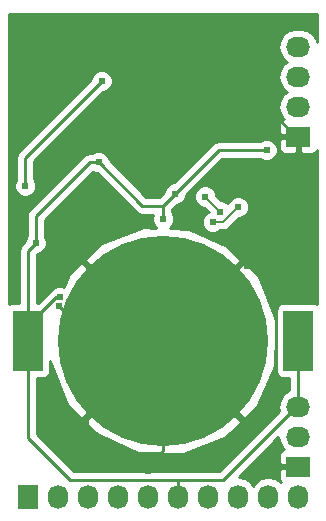
<source format=gbl>
G04 #@! TF.FileFunction,Copper,L2,Bot,Signal*
%FSLAX46Y46*%
G04 Gerber Fmt 4.6, Leading zero omitted, Abs format (unit mm)*
G04 Created by KiCad (PCBNEW 0.201506192325+5795~23~ubuntu14.04.1-product) date Wed 04 Nov 2015 02:27:15 GMT*
%MOMM*%
G01*
G04 APERTURE LIST*
%ADD10C,0.100000*%
%ADD11R,2.032000X1.727200*%
%ADD12O,2.032000X1.727200*%
%ADD13R,1.727200X2.032000*%
%ADD14O,1.727200X2.032000*%
%ADD15C,17.800000*%
%ADD16R,2.500000X5.100000*%
%ADD17C,0.609600*%
%ADD18C,0.200000*%
%ADD19C,0.254000*%
%ADD20C,0.152400*%
G04 APERTURE END LIST*
D10*
D11*
X157480000Y-92710000D03*
D12*
X157480000Y-90170000D03*
X157480000Y-87630000D03*
X157480000Y-85090000D03*
D11*
X157480000Y-120650000D03*
D12*
X157480000Y-118110000D03*
X157480000Y-115570000D03*
D13*
X134620000Y-123190000D03*
D14*
X137160000Y-123190000D03*
X139700000Y-123190000D03*
X142240000Y-123190000D03*
X144780000Y-123190000D03*
X147320000Y-123190000D03*
X149860000Y-123190000D03*
X152400000Y-123190000D03*
X154940000Y-123190000D03*
X157480000Y-123190000D03*
D15*
X146050000Y-109982000D03*
D16*
X134600000Y-109982000D03*
X157500000Y-109982000D03*
D17*
X146868750Y-92868750D03*
X146868750Y-90643750D03*
X146868750Y-89531250D03*
X146868750Y-91756250D03*
X145756250Y-89531250D03*
X145756250Y-92868750D03*
X145756250Y-90643750D03*
X145756250Y-91756250D03*
X144643750Y-92868750D03*
X144643750Y-90643750D03*
X144643750Y-89531250D03*
X144643750Y-91756250D03*
X143531250Y-92868750D03*
X143531250Y-90643750D03*
X143531250Y-91756250D03*
X143531250Y-89531250D03*
X148100000Y-83100000D03*
X149700000Y-83100000D03*
X146500000Y-83100000D03*
X144900000Y-83100000D03*
X143300000Y-83400000D03*
X141200000Y-83400000D03*
X138700000Y-83400000D03*
X136800000Y-83400000D03*
X135800000Y-84700000D03*
X134800000Y-83300000D03*
X137236210Y-107074395D03*
X139573000Y-118364000D03*
X144780000Y-121031000D03*
X134747000Y-91186000D03*
X155575000Y-101981000D03*
X153162000Y-103632000D03*
X150114000Y-101092000D03*
X148336000Y-97663000D03*
X151384000Y-84455000D03*
X143764000Y-86868000D03*
X137287000Y-106299000D03*
X135255000Y-101727000D03*
X140589000Y-94869000D03*
X154813000Y-93853000D03*
X146050000Y-99695000D03*
X147066000Y-97536000D03*
X134366002Y-96901000D03*
X140843000Y-88011000D03*
X150876000Y-99060000D03*
X149606000Y-97790000D03*
X152400000Y-98679000D03*
X150241000Y-99949000D03*
D18*
X146868750Y-90643750D02*
X146868750Y-91756250D01*
X145756250Y-89531250D02*
X146868750Y-89531250D01*
X146868750Y-89531250D02*
X146868750Y-90643750D01*
X146868750Y-91756250D02*
X146868750Y-92868750D01*
X145756250Y-90643750D02*
X145756250Y-91756250D01*
X145756250Y-89531250D02*
X145756250Y-90643750D01*
X145756250Y-91756250D02*
X145756250Y-92868750D01*
X144643750Y-90643750D02*
X144643750Y-91756250D01*
X144643750Y-89531250D02*
X144643750Y-90643750D01*
X144643750Y-91756250D02*
X144643750Y-92868750D01*
X143531250Y-90643750D02*
X143531250Y-91756250D01*
X143531250Y-89531250D02*
X143531250Y-90643750D01*
X143531250Y-91756250D02*
X143531250Y-92868750D01*
X143531250Y-89531250D02*
X144643750Y-89531250D01*
X144643750Y-89531250D02*
X145756250Y-89531250D01*
D19*
X148100000Y-83100000D02*
X149700000Y-83100000D01*
X141200000Y-83400000D02*
X143300000Y-83400000D01*
X144900000Y-83100000D02*
X146500000Y-83100000D01*
X141200000Y-83400000D02*
X138700000Y-83400000D01*
X136800000Y-83400000D02*
X135800000Y-84700000D01*
X134800000Y-83300000D02*
X134800000Y-83500000D01*
X134800000Y-83500000D02*
X134000000Y-84300000D01*
X134000000Y-84300000D02*
X134000000Y-90439000D01*
X134000000Y-90439000D02*
X134747000Y-91186000D01*
X137236210Y-107074395D02*
X140143815Y-109982000D01*
X140143815Y-109982000D02*
X146050000Y-109982000D01*
X144780000Y-121031000D02*
X150622000Y-121031000D01*
X150622000Y-121031000D02*
X155575000Y-116078000D01*
X155575000Y-116078000D02*
X155575000Y-101981000D01*
X139573000Y-118364000D02*
X139573000Y-116459000D01*
X139573000Y-116459000D02*
X146050000Y-109982000D01*
X144780000Y-121031000D02*
X144780000Y-120599948D01*
X144780000Y-120599948D02*
X146050000Y-119329948D01*
X146050000Y-119329948D02*
X146050000Y-109982000D01*
X144780000Y-121031000D02*
X142240000Y-121031000D01*
X142240000Y-121031000D02*
X139573000Y-118364000D01*
X134747000Y-91186000D02*
X139065000Y-86868000D01*
X139065000Y-86868000D02*
X143764000Y-86868000D01*
X150114000Y-101092000D02*
X150622000Y-101092000D01*
X150622000Y-101092000D02*
X153162000Y-103632000D01*
X153924000Y-103632000D02*
X155270201Y-102285799D01*
X153162000Y-103632000D02*
X153924000Y-103632000D01*
X155270201Y-102285799D02*
X155575000Y-101981000D01*
X151384000Y-84455000D02*
X151384000Y-86766400D01*
X151384000Y-86766400D02*
X157327600Y-92710000D01*
X157327600Y-92710000D02*
X157480000Y-92710000D01*
X148336000Y-97663000D02*
X148336000Y-99314000D01*
X148336000Y-99314000D02*
X150114000Y-101092000D01*
X143764000Y-86868000D02*
X148971000Y-86868000D01*
X148971000Y-86868000D02*
X151384000Y-84455000D01*
X140589000Y-94869000D02*
X139827000Y-94869000D01*
X139827000Y-94869000D02*
X135255000Y-99441000D01*
X135255000Y-99441000D02*
X135255000Y-101727000D01*
X138176000Y-121793000D02*
X147309525Y-121793000D01*
X147309525Y-121793000D02*
X151104600Y-121793000D01*
X147320000Y-123190000D02*
X147320000Y-121803475D01*
X147320000Y-121803475D02*
X147309525Y-121793000D01*
X134600000Y-108682000D02*
X136983000Y-106299000D01*
X134600000Y-109982000D02*
X134600000Y-108682000D01*
X136983000Y-106299000D02*
X137287000Y-106299000D01*
X134600000Y-109982000D02*
X134600000Y-118217000D01*
X134600000Y-118217000D02*
X138176000Y-121793000D01*
X151104600Y-121793000D02*
X157327600Y-115570000D01*
X157327600Y-115570000D02*
X157480000Y-115570000D01*
X157500000Y-115550000D02*
X157500000Y-109982000D01*
X134645410Y-109982000D02*
X134600000Y-109982000D01*
X135255000Y-101727000D02*
X134600000Y-102382000D01*
X134600000Y-102382000D02*
X134600000Y-109982000D01*
X140589000Y-94869000D02*
X144272000Y-98552000D01*
X144272000Y-98552000D02*
X146050000Y-98552000D01*
X147066000Y-97536000D02*
X150749000Y-93853000D01*
X150749000Y-93853000D02*
X154813000Y-93853000D01*
X147066000Y-97536000D02*
X146050000Y-98552000D01*
X146050000Y-98552000D02*
X146050000Y-99695000D01*
X134366002Y-96469948D02*
X134366002Y-96901000D01*
X134366002Y-94487998D02*
X134366002Y-96469948D01*
X140843000Y-88011000D02*
X134366002Y-94487998D01*
D20*
X150876000Y-99060000D02*
X149606000Y-97790000D01*
X152400000Y-98679000D02*
X151130000Y-99949000D01*
X151130000Y-99949000D02*
X150241000Y-99949000D01*
D19*
G36*
X144907000Y-123063000D02*
X144927000Y-123063000D01*
X144927000Y-123317000D01*
X144907000Y-123317000D01*
X144907000Y-123337000D01*
X144653000Y-123337000D01*
X144653000Y-123317000D01*
X144633000Y-123317000D01*
X144633000Y-123063000D01*
X144653000Y-123063000D01*
X144653000Y-123043000D01*
X144907000Y-123043000D01*
X144907000Y-123063000D01*
X144907000Y-123063000D01*
G37*
X144907000Y-123063000D02*
X144927000Y-123063000D01*
X144927000Y-123317000D01*
X144907000Y-123317000D01*
X144907000Y-123337000D01*
X144653000Y-123337000D01*
X144653000Y-123317000D01*
X144633000Y-123317000D01*
X144633000Y-123063000D01*
X144653000Y-123063000D01*
X144653000Y-123043000D01*
X144907000Y-123043000D01*
X144907000Y-123063000D01*
G36*
X155910729Y-118683489D02*
X156235585Y-119169670D01*
X156257780Y-119184500D01*
X156104301Y-119248073D01*
X155925673Y-119426702D01*
X155829000Y-119660091D01*
X155829000Y-120364250D01*
X155987750Y-120523000D01*
X157353000Y-120523000D01*
X157353000Y-120503000D01*
X157607000Y-120503000D01*
X157607000Y-120523000D01*
X157627000Y-120523000D01*
X157627000Y-120777000D01*
X157607000Y-120777000D01*
X157607000Y-120797000D01*
X157353000Y-120797000D01*
X157353000Y-120777000D01*
X155987750Y-120777000D01*
X155829000Y-120935750D01*
X155829000Y-121639909D01*
X155925673Y-121873298D01*
X155994515Y-121942141D01*
X155513489Y-121620729D01*
X154940000Y-121506655D01*
X154366511Y-121620729D01*
X153880330Y-121945585D01*
X153670000Y-122260366D01*
X153459670Y-121945585D01*
X152973489Y-121620729D01*
X152457198Y-121518032D01*
X155808032Y-118167198D01*
X155910729Y-118683489D01*
X155910729Y-118683489D01*
G37*
X155910729Y-118683489D02*
X156235585Y-119169670D01*
X156257780Y-119184500D01*
X156104301Y-119248073D01*
X155925673Y-119426702D01*
X155829000Y-119660091D01*
X155829000Y-120364250D01*
X155987750Y-120523000D01*
X157353000Y-120523000D01*
X157353000Y-120503000D01*
X157607000Y-120503000D01*
X157607000Y-120523000D01*
X157627000Y-120523000D01*
X157627000Y-120777000D01*
X157607000Y-120777000D01*
X157607000Y-120797000D01*
X157353000Y-120797000D01*
X157353000Y-120777000D01*
X155987750Y-120777000D01*
X155829000Y-120935750D01*
X155829000Y-121639909D01*
X155925673Y-121873298D01*
X155994515Y-121942141D01*
X155513489Y-121620729D01*
X154940000Y-121506655D01*
X154366511Y-121620729D01*
X153880330Y-121945585D01*
X153670000Y-122260366D01*
X153459670Y-121945585D01*
X152973489Y-121620729D01*
X152457198Y-121518032D01*
X155808032Y-118167198D01*
X155910729Y-118683489D01*
G36*
X159081000Y-84676024D02*
X159081000Y-84676024D01*
X159049271Y-84516511D01*
X158724415Y-84030330D01*
X158238234Y-83705474D01*
X157664745Y-83591400D01*
X157295255Y-83591400D01*
X156721766Y-83705474D01*
X156235585Y-84030330D01*
X155910729Y-84516511D01*
X155796655Y-85090000D01*
X155910729Y-85663489D01*
X156235585Y-86149670D01*
X156550366Y-86360000D01*
X156235585Y-86570330D01*
X155910729Y-87056511D01*
X155796655Y-87630000D01*
X155910729Y-88203489D01*
X156235585Y-88689670D01*
X156550366Y-88900000D01*
X156235585Y-89110330D01*
X155910729Y-89596511D01*
X155796655Y-90170000D01*
X155910729Y-90743489D01*
X156235585Y-91229670D01*
X156257780Y-91244500D01*
X156104301Y-91308073D01*
X155925673Y-91486702D01*
X155829000Y-91720091D01*
X155829000Y-92424250D01*
X155987750Y-92583000D01*
X157353000Y-92583000D01*
X157353000Y-92563000D01*
X157607000Y-92563000D01*
X157607000Y-92583000D01*
X157627000Y-92583000D01*
X157627000Y-92837000D01*
X157607000Y-92837000D01*
X157607000Y-94049850D01*
X157765750Y-94208600D01*
X158622310Y-94208600D01*
X158855699Y-94111927D01*
X159034327Y-93933298D01*
X159081000Y-93820620D01*
X159081000Y-106889542D01*
X158999640Y-106834623D01*
X158750000Y-106784560D01*
X156250000Y-106784560D01*
X156007877Y-106831537D01*
X155795073Y-106971327D01*
X155652623Y-107182360D01*
X155602560Y-107432000D01*
X155602560Y-108260672D01*
X154272134Y-104794521D01*
X153989080Y-104370901D01*
X152901305Y-103310300D01*
X146229605Y-109982000D01*
X152901305Y-116653700D01*
X153989080Y-115593099D01*
X155532028Y-112127825D01*
X155602560Y-109437003D01*
X155602560Y-112532000D01*
X155649537Y-112774123D01*
X155789327Y-112986927D01*
X156000360Y-113129377D01*
X156250000Y-113179440D01*
X156738000Y-113179440D01*
X156738000Y-114182245D01*
X156721766Y-114185474D01*
X156235585Y-114510330D01*
X155910729Y-114996511D01*
X155796655Y-115570000D01*
X155871865Y-115948105D01*
X150788970Y-121031000D01*
X138491631Y-121031000D01*
X135362000Y-117901370D01*
X135362000Y-113179440D01*
X135850000Y-113179440D01*
X136092123Y-113132463D01*
X136304927Y-112992673D01*
X136447377Y-112781640D01*
X136497440Y-112532000D01*
X136497440Y-111703328D01*
X137827866Y-115169479D01*
X138110920Y-115593099D01*
X139198695Y-116653700D01*
X145690790Y-110161605D01*
X146050000Y-110161605D01*
X139378300Y-116833305D01*
X140438901Y-117921080D01*
X143904175Y-119464028D01*
X147696131Y-119563423D01*
X151237479Y-118204134D01*
X151661099Y-117921080D01*
X152721700Y-116833305D01*
X146050000Y-110161605D01*
X145690790Y-110161605D01*
X145870395Y-109982000D01*
X139198695Y-103310300D01*
X138110920Y-104370901D01*
X137640208Y-105428064D01*
X137474758Y-105359363D01*
X137100882Y-105359037D01*
X136755341Y-105501812D01*
X136602454Y-105654433D01*
X136444185Y-105760185D01*
X135419810Y-106784560D01*
X135362000Y-106784560D01*
X135362000Y-102697630D01*
X135392709Y-102666921D01*
X135441118Y-102666963D01*
X135786659Y-102524188D01*
X136051259Y-102260049D01*
X136194637Y-101914758D01*
X136194963Y-101540882D01*
X136052188Y-101195341D01*
X136017000Y-101160092D01*
X136017000Y-99756630D01*
X140092991Y-95680640D01*
X140401242Y-95808637D01*
X140451050Y-95808680D01*
X143733185Y-99090816D01*
X143980396Y-99255997D01*
X144272000Y-99314000D01*
X145190604Y-99314000D01*
X145110363Y-99507242D01*
X145110037Y-99881118D01*
X145252812Y-100226659D01*
X145453903Y-100428101D01*
X144403869Y-100400577D01*
X140862521Y-101759866D01*
X140438901Y-102042920D01*
X139378300Y-103130695D01*
X146050000Y-109802395D01*
X152721700Y-103130695D01*
X151661099Y-102042920D01*
X148195825Y-100499972D01*
X146615361Y-100458545D01*
X146846259Y-100228049D01*
X146989637Y-99882758D01*
X146989963Y-99508882D01*
X146847188Y-99163341D01*
X146812000Y-99128092D01*
X146812000Y-98867630D01*
X147203709Y-98475921D01*
X147252118Y-98475963D01*
X147597659Y-98333188D01*
X147862259Y-98069049D01*
X148005637Y-97723758D01*
X148005680Y-97673950D01*
X148829593Y-96850037D01*
X149419882Y-96850037D01*
X149074341Y-96992812D01*
X148809741Y-97256951D01*
X148666363Y-97602242D01*
X148666037Y-97976118D01*
X148808812Y-98321659D01*
X149072951Y-98586259D01*
X149418242Y-98729637D01*
X149539955Y-98729743D01*
X149888144Y-99077932D01*
X149709341Y-99151812D01*
X149444741Y-99415951D01*
X149301363Y-99761242D01*
X149301037Y-100135118D01*
X149443812Y-100480659D01*
X149707951Y-100745259D01*
X150053242Y-100888637D01*
X150427118Y-100888963D01*
X150772659Y-100746188D01*
X150858797Y-100660200D01*
X151130000Y-100660200D01*
X151402165Y-100606063D01*
X151632894Y-100451894D01*
X152465930Y-99618858D01*
X152586118Y-99618963D01*
X152931659Y-99476188D01*
X153196259Y-99212049D01*
X153339637Y-98866758D01*
X153339963Y-98492882D01*
X153197188Y-98147341D01*
X152933049Y-97882741D01*
X152587758Y-97739363D01*
X152213882Y-97739037D01*
X151868341Y-97881812D01*
X151603741Y-98145951D01*
X151512004Y-98366876D01*
X151409049Y-98263741D01*
X151063758Y-98120363D01*
X150942046Y-98120257D01*
X150545858Y-97724070D01*
X150545963Y-97603882D01*
X150403188Y-97258341D01*
X150139049Y-96993741D01*
X149793758Y-96850363D01*
X149419882Y-96850037D01*
X148829593Y-96850037D01*
X151064631Y-94615000D01*
X154245752Y-94615000D01*
X154279951Y-94649259D01*
X154625242Y-94792637D01*
X154999118Y-94792963D01*
X155344659Y-94650188D01*
X155609259Y-94386049D01*
X155752637Y-94040758D01*
X155752963Y-93666882D01*
X155610188Y-93321341D01*
X155346049Y-93056741D01*
X155000758Y-92913363D01*
X154626882Y-92913037D01*
X154281341Y-93055812D01*
X154246092Y-93091000D01*
X150749000Y-93091000D01*
X150457396Y-93149003D01*
X150210185Y-93314184D01*
X146928291Y-96596079D01*
X146879882Y-96596037D01*
X146534341Y-96738812D01*
X146269741Y-97002951D01*
X146126363Y-97348242D01*
X146126320Y-97398050D01*
X145734370Y-97790000D01*
X144587631Y-97790000D01*
X141528921Y-94731291D01*
X141528963Y-94682882D01*
X141386188Y-94337341D01*
X141122049Y-94072741D01*
X140776758Y-93929363D01*
X140402882Y-93929037D01*
X140057341Y-94071812D01*
X140022092Y-94107000D01*
X139827000Y-94107000D01*
X139535395Y-94165004D01*
X139288184Y-94330185D01*
X134716185Y-98902185D01*
X134551004Y-99149395D01*
X134493000Y-99441000D01*
X134493000Y-101159752D01*
X134458741Y-101193951D01*
X134315363Y-101539242D01*
X134315320Y-101589050D01*
X134061185Y-101843185D01*
X133896004Y-102090395D01*
X133838000Y-102382000D01*
X133838000Y-106784560D01*
X133350000Y-106784560D01*
X133107877Y-106831537D01*
X133019000Y-106889920D01*
X133019000Y-87071037D01*
X140656882Y-87071037D01*
X140311341Y-87213812D01*
X140046741Y-87477951D01*
X139903363Y-87823242D01*
X139903320Y-87873049D01*
X133827187Y-93949183D01*
X133662006Y-94196393D01*
X133604002Y-94487998D01*
X133604002Y-96333752D01*
X133569743Y-96367951D01*
X133426365Y-96713242D01*
X133426039Y-97087118D01*
X133568814Y-97432659D01*
X133832953Y-97697259D01*
X134178244Y-97840637D01*
X134552120Y-97840963D01*
X134897661Y-97698188D01*
X135162261Y-97434049D01*
X135305639Y-97088758D01*
X135305965Y-96714882D01*
X135163190Y-96369341D01*
X135128002Y-96334092D01*
X135128002Y-94803628D01*
X137094630Y-92837000D01*
X155987750Y-92837000D01*
X155829000Y-92995750D01*
X155829000Y-93699909D01*
X155925673Y-93933298D01*
X156104301Y-94111927D01*
X156337690Y-94208600D01*
X157194250Y-94208600D01*
X157353000Y-94049850D01*
X157353000Y-92837000D01*
X155987750Y-92837000D01*
X137094630Y-92837000D01*
X140980710Y-88950921D01*
X141029118Y-88950963D01*
X141374659Y-88808188D01*
X141639259Y-88544049D01*
X141782637Y-88198758D01*
X141782963Y-87824882D01*
X141640188Y-87479341D01*
X141376049Y-87214741D01*
X141030758Y-87071363D01*
X140656882Y-87071037D01*
X133019000Y-87071037D01*
X133019000Y-82296000D01*
X159081000Y-82296000D01*
X159081000Y-84676024D01*
X159081000Y-84676024D01*
G37*
X159081000Y-84676024D02*
X159081000Y-84676024D01*
X159049271Y-84516511D01*
X158724415Y-84030330D01*
X158238234Y-83705474D01*
X157664745Y-83591400D01*
X157295255Y-83591400D01*
X156721766Y-83705474D01*
X156235585Y-84030330D01*
X155910729Y-84516511D01*
X155796655Y-85090000D01*
X155910729Y-85663489D01*
X156235585Y-86149670D01*
X156550366Y-86360000D01*
X156235585Y-86570330D01*
X155910729Y-87056511D01*
X155796655Y-87630000D01*
X155910729Y-88203489D01*
X156235585Y-88689670D01*
X156550366Y-88900000D01*
X156235585Y-89110330D01*
X155910729Y-89596511D01*
X155796655Y-90170000D01*
X155910729Y-90743489D01*
X156235585Y-91229670D01*
X156257780Y-91244500D01*
X156104301Y-91308073D01*
X155925673Y-91486702D01*
X155829000Y-91720091D01*
X155829000Y-92424250D01*
X155987750Y-92583000D01*
X157353000Y-92583000D01*
X157353000Y-92563000D01*
X157607000Y-92563000D01*
X157607000Y-92583000D01*
X157627000Y-92583000D01*
X157627000Y-92837000D01*
X157607000Y-92837000D01*
X157607000Y-94049850D01*
X157765750Y-94208600D01*
X158622310Y-94208600D01*
X158855699Y-94111927D01*
X159034327Y-93933298D01*
X159081000Y-93820620D01*
X159081000Y-106889542D01*
X158999640Y-106834623D01*
X158750000Y-106784560D01*
X156250000Y-106784560D01*
X156007877Y-106831537D01*
X155795073Y-106971327D01*
X155652623Y-107182360D01*
X155602560Y-107432000D01*
X155602560Y-108260672D01*
X154272134Y-104794521D01*
X153989080Y-104370901D01*
X152901305Y-103310300D01*
X146229605Y-109982000D01*
X152901305Y-116653700D01*
X153989080Y-115593099D01*
X155532028Y-112127825D01*
X155602560Y-109437003D01*
X155602560Y-112532000D01*
X155649537Y-112774123D01*
X155789327Y-112986927D01*
X156000360Y-113129377D01*
X156250000Y-113179440D01*
X156738000Y-113179440D01*
X156738000Y-114182245D01*
X156721766Y-114185474D01*
X156235585Y-114510330D01*
X155910729Y-114996511D01*
X155796655Y-115570000D01*
X155871865Y-115948105D01*
X150788970Y-121031000D01*
X138491631Y-121031000D01*
X135362000Y-117901370D01*
X135362000Y-113179440D01*
X135850000Y-113179440D01*
X136092123Y-113132463D01*
X136304927Y-112992673D01*
X136447377Y-112781640D01*
X136497440Y-112532000D01*
X136497440Y-111703328D01*
X137827866Y-115169479D01*
X138110920Y-115593099D01*
X139198695Y-116653700D01*
X145690790Y-110161605D01*
X146050000Y-110161605D01*
X139378300Y-116833305D01*
X140438901Y-117921080D01*
X143904175Y-119464028D01*
X147696131Y-119563423D01*
X151237479Y-118204134D01*
X151661099Y-117921080D01*
X152721700Y-116833305D01*
X146050000Y-110161605D01*
X145690790Y-110161605D01*
X145870395Y-109982000D01*
X139198695Y-103310300D01*
X138110920Y-104370901D01*
X137640208Y-105428064D01*
X137474758Y-105359363D01*
X137100882Y-105359037D01*
X136755341Y-105501812D01*
X136602454Y-105654433D01*
X136444185Y-105760185D01*
X135419810Y-106784560D01*
X135362000Y-106784560D01*
X135362000Y-102697630D01*
X135392709Y-102666921D01*
X135441118Y-102666963D01*
X135786659Y-102524188D01*
X136051259Y-102260049D01*
X136194637Y-101914758D01*
X136194963Y-101540882D01*
X136052188Y-101195341D01*
X136017000Y-101160092D01*
X136017000Y-99756630D01*
X140092991Y-95680640D01*
X140401242Y-95808637D01*
X140451050Y-95808680D01*
X143733185Y-99090816D01*
X143980396Y-99255997D01*
X144272000Y-99314000D01*
X145190604Y-99314000D01*
X145110363Y-99507242D01*
X145110037Y-99881118D01*
X145252812Y-100226659D01*
X145453903Y-100428101D01*
X144403869Y-100400577D01*
X140862521Y-101759866D01*
X140438901Y-102042920D01*
X139378300Y-103130695D01*
X146050000Y-109802395D01*
X152721700Y-103130695D01*
X151661099Y-102042920D01*
X148195825Y-100499972D01*
X146615361Y-100458545D01*
X146846259Y-100228049D01*
X146989637Y-99882758D01*
X146989963Y-99508882D01*
X146847188Y-99163341D01*
X146812000Y-99128092D01*
X146812000Y-98867630D01*
X147203709Y-98475921D01*
X147252118Y-98475963D01*
X147597659Y-98333188D01*
X147862259Y-98069049D01*
X148005637Y-97723758D01*
X148005680Y-97673950D01*
X148829593Y-96850037D01*
X149419882Y-96850037D01*
X149074341Y-96992812D01*
X148809741Y-97256951D01*
X148666363Y-97602242D01*
X148666037Y-97976118D01*
X148808812Y-98321659D01*
X149072951Y-98586259D01*
X149418242Y-98729637D01*
X149539955Y-98729743D01*
X149888144Y-99077932D01*
X149709341Y-99151812D01*
X149444741Y-99415951D01*
X149301363Y-99761242D01*
X149301037Y-100135118D01*
X149443812Y-100480659D01*
X149707951Y-100745259D01*
X150053242Y-100888637D01*
X150427118Y-100888963D01*
X150772659Y-100746188D01*
X150858797Y-100660200D01*
X151130000Y-100660200D01*
X151402165Y-100606063D01*
X151632894Y-100451894D01*
X152465930Y-99618858D01*
X152586118Y-99618963D01*
X152931659Y-99476188D01*
X153196259Y-99212049D01*
X153339637Y-98866758D01*
X153339963Y-98492882D01*
X153197188Y-98147341D01*
X152933049Y-97882741D01*
X152587758Y-97739363D01*
X152213882Y-97739037D01*
X151868341Y-97881812D01*
X151603741Y-98145951D01*
X151512004Y-98366876D01*
X151409049Y-98263741D01*
X151063758Y-98120363D01*
X150942046Y-98120257D01*
X150545858Y-97724070D01*
X150545963Y-97603882D01*
X150403188Y-97258341D01*
X150139049Y-96993741D01*
X149793758Y-96850363D01*
X149419882Y-96850037D01*
X148829593Y-96850037D01*
X151064631Y-94615000D01*
X154245752Y-94615000D01*
X154279951Y-94649259D01*
X154625242Y-94792637D01*
X154999118Y-94792963D01*
X155344659Y-94650188D01*
X155609259Y-94386049D01*
X155752637Y-94040758D01*
X155752963Y-93666882D01*
X155610188Y-93321341D01*
X155346049Y-93056741D01*
X155000758Y-92913363D01*
X154626882Y-92913037D01*
X154281341Y-93055812D01*
X154246092Y-93091000D01*
X150749000Y-93091000D01*
X150457396Y-93149003D01*
X150210185Y-93314184D01*
X146928291Y-96596079D01*
X146879882Y-96596037D01*
X146534341Y-96738812D01*
X146269741Y-97002951D01*
X146126363Y-97348242D01*
X146126320Y-97398050D01*
X145734370Y-97790000D01*
X144587631Y-97790000D01*
X141528921Y-94731291D01*
X141528963Y-94682882D01*
X141386188Y-94337341D01*
X141122049Y-94072741D01*
X140776758Y-93929363D01*
X140402882Y-93929037D01*
X140057341Y-94071812D01*
X140022092Y-94107000D01*
X139827000Y-94107000D01*
X139535395Y-94165004D01*
X139288184Y-94330185D01*
X134716185Y-98902185D01*
X134551004Y-99149395D01*
X134493000Y-99441000D01*
X134493000Y-101159752D01*
X134458741Y-101193951D01*
X134315363Y-101539242D01*
X134315320Y-101589050D01*
X134061185Y-101843185D01*
X133896004Y-102090395D01*
X133838000Y-102382000D01*
X133838000Y-106784560D01*
X133350000Y-106784560D01*
X133107877Y-106831537D01*
X133019000Y-106889920D01*
X133019000Y-87071037D01*
X140656882Y-87071037D01*
X140311341Y-87213812D01*
X140046741Y-87477951D01*
X139903363Y-87823242D01*
X139903320Y-87873049D01*
X133827187Y-93949183D01*
X133662006Y-94196393D01*
X133604002Y-94487998D01*
X133604002Y-96333752D01*
X133569743Y-96367951D01*
X133426365Y-96713242D01*
X133426039Y-97087118D01*
X133568814Y-97432659D01*
X133832953Y-97697259D01*
X134178244Y-97840637D01*
X134552120Y-97840963D01*
X134897661Y-97698188D01*
X135162261Y-97434049D01*
X135305639Y-97088758D01*
X135305965Y-96714882D01*
X135163190Y-96369341D01*
X135128002Y-96334092D01*
X135128002Y-94803628D01*
X137094630Y-92837000D01*
X155987750Y-92837000D01*
X155829000Y-92995750D01*
X155829000Y-93699909D01*
X155925673Y-93933298D01*
X156104301Y-94111927D01*
X156337690Y-94208600D01*
X157194250Y-94208600D01*
X157353000Y-94049850D01*
X157353000Y-92837000D01*
X155987750Y-92837000D01*
X137094630Y-92837000D01*
X140980710Y-88950921D01*
X141029118Y-88950963D01*
X141374659Y-88808188D01*
X141639259Y-88544049D01*
X141782637Y-88198758D01*
X141782963Y-87824882D01*
X141640188Y-87479341D01*
X141376049Y-87214741D01*
X141030758Y-87071363D01*
X140656882Y-87071037D01*
X133019000Y-87071037D01*
X133019000Y-82296000D01*
X159081000Y-82296000D01*
X159081000Y-84676024D01*
M02*

</source>
